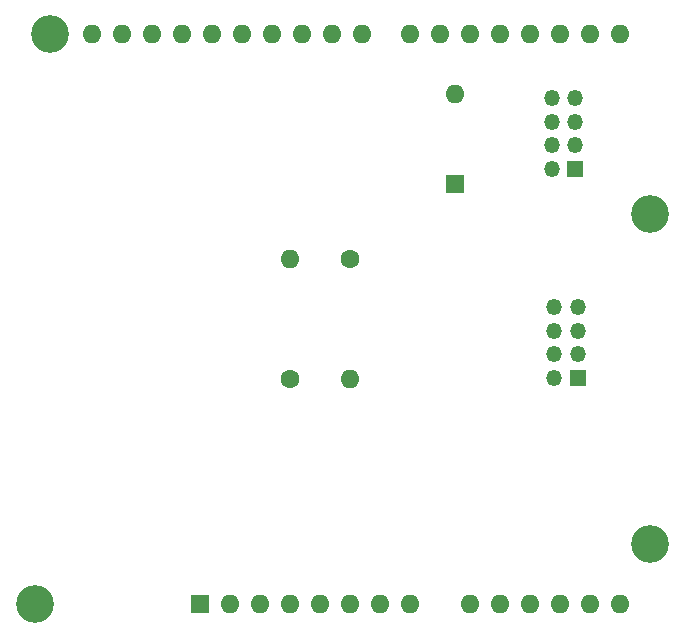
<source format=gbr>
%TF.GenerationSoftware,KiCad,Pcbnew,(5.1.9)-1*%
%TF.CreationDate,2021-01-31T19:48:36-05:00*%
%TF.ProjectId,JoystickCtrl,4a6f7973-7469-4636-9b43-74726c2e6b69,rev?*%
%TF.SameCoordinates,Original*%
%TF.FileFunction,Soldermask,Bot*%
%TF.FilePolarity,Negative*%
%FSLAX46Y46*%
G04 Gerber Fmt 4.6, Leading zero omitted, Abs format (unit mm)*
G04 Created by KiCad (PCBNEW (5.1.9)-1) date 2021-01-31 19:48:36*
%MOMM*%
%LPD*%
G01*
G04 APERTURE LIST*
%ADD10O,1.350000X1.350000*%
%ADD11R,1.350000X1.350000*%
%ADD12C,3.200000*%
%ADD13O,1.600000X1.600000*%
%ADD14R,1.600000X1.600000*%
%ADD15C,1.600000*%
G04 APERTURE END LIST*
D10*
%TO.C,Joystick1*%
X172200000Y-100600000D03*
X174200000Y-100600000D03*
X172200000Y-102600000D03*
X174200000Y-102600000D03*
X172200000Y-104600000D03*
X174200000Y-104600000D03*
X172200000Y-106600000D03*
D11*
X174200000Y-106600000D03*
%TD*%
D10*
%TO.C,Controller1*%
X172000000Y-82900000D03*
X174000000Y-82900000D03*
X172000000Y-84900000D03*
X174000000Y-84900000D03*
X172000000Y-86900000D03*
X174000000Y-86900000D03*
X172000000Y-88900000D03*
D11*
X174000000Y-88900000D03*
%TD*%
D12*
%TO.C,A1*%
X180340000Y-120650000D03*
X180340000Y-92710000D03*
X129540000Y-77470000D03*
X128270000Y-125730000D03*
D13*
X175260000Y-77470000D03*
X177800000Y-77470000D03*
X138180000Y-77470000D03*
X177800000Y-125730000D03*
X140720000Y-77470000D03*
X175260000Y-125730000D03*
X143260000Y-77470000D03*
X172720000Y-125730000D03*
X145800000Y-77470000D03*
X170180000Y-125730000D03*
X148340000Y-77470000D03*
X167640000Y-125730000D03*
X150880000Y-77470000D03*
X165100000Y-125730000D03*
X153420000Y-77470000D03*
X160020000Y-125730000D03*
X155960000Y-77470000D03*
X157480000Y-125730000D03*
X160020000Y-77470000D03*
X154940000Y-125730000D03*
X162560000Y-77470000D03*
X152400000Y-125730000D03*
X165100000Y-77470000D03*
X149860000Y-125730000D03*
X167640000Y-77470000D03*
X147320000Y-125730000D03*
X170180000Y-77470000D03*
X144780000Y-125730000D03*
X172720000Y-77470000D03*
D14*
X142240000Y-125730000D03*
D13*
X135640000Y-77470000D03*
X133100000Y-77470000D03*
%TD*%
%TO.C,R2*%
X149860000Y-96520000D03*
D15*
X149860000Y-106680000D03*
%TD*%
D13*
%TO.C,R1*%
X154940000Y-106680000D03*
D15*
X154940000Y-96520000D03*
%TD*%
D13*
%TO.C,SW1*%
X163830000Y-82550000D03*
D14*
X163830000Y-90170000D03*
%TD*%
M02*

</source>
